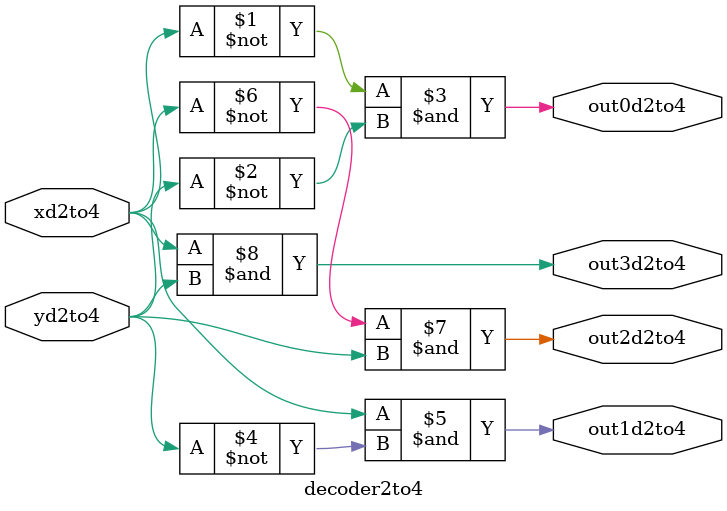
<source format=v>
module decoder2to4(xd2to4,yd2to4,out0d2to4,out1d2to4,out2d2to4,out3d2to4);

input xd2to4, yd2to4;
output out0d2to4,out1d2to4,out2d2to4,out3d2to4;

assign out0d2to4 = ~xd2to4 & ~yd2to4;
assign out1d2to4 = xd2to4 & ~yd2to4;
assign out2d2to4 = ~xd2to4 & yd2to4;
assign out3d2to4 = xd2to4 & yd2to4;

endmodule
</source>
